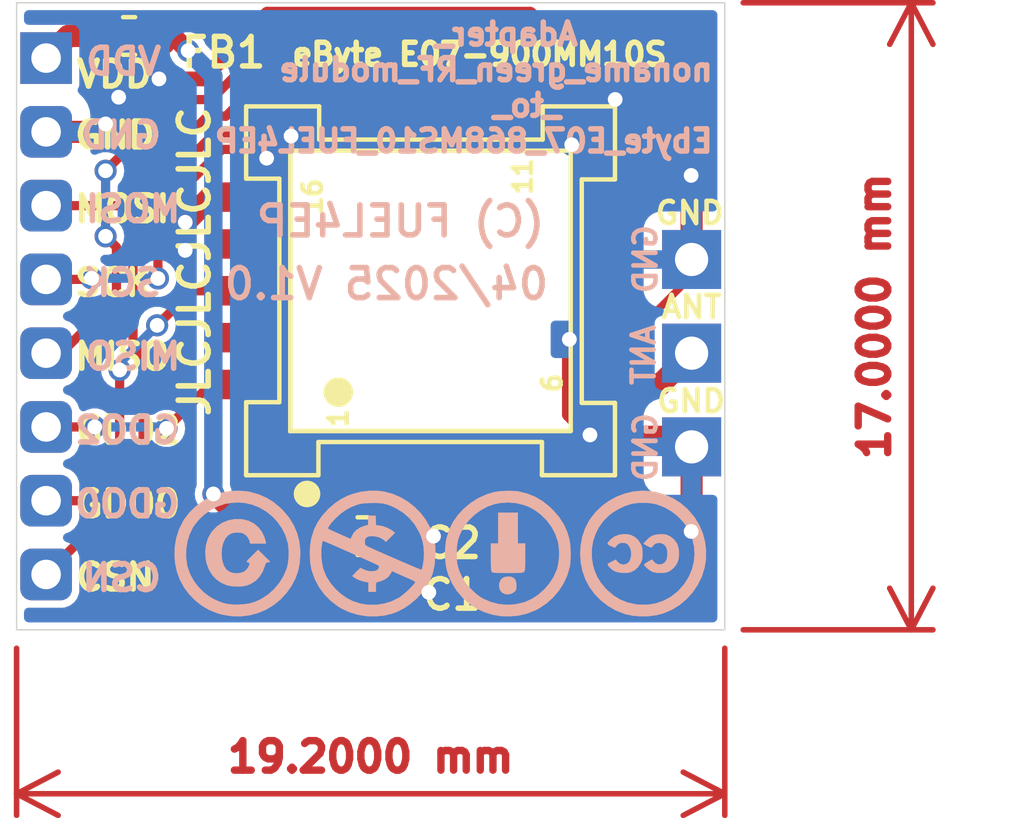
<source format=kicad_pcb>
(kicad_pcb (version 20240108) (generator "pcbnew") (generator_version "8.0")
  (title_block (title "Adapter_noname_green_RF_module_to_Ebyte_E07_868MS10_FUEL4EP") (date "2025-04-18") (rev "1.0") (company "FUEL4EP"))
  (layers (0 "F.Cu" signal) (31 "B.Cu" signal) (34 "B.Paste" user) (35 "F.Paste" user) (36 "B.SilkS" user "B.Silkscreen") (37 "F.SilkS" user "F.Silkscreen") (38 "B.Mask" user) (39 "F.Mask" user) (44 "Edge.Cuts" user))
  (net 0 "")
  (net 1 "GND")
  (net 2 "/ANT")
  (net 6 "/SCK")
  (net 7 "/GDO0")
  (net 8 "/MOSI")
  (net 9 "/GDO2")
  (net 10 "/~{CS}")
  (net 11 "VDDA")
  (net 12 "/MISO{slash}GDO1")
  (net 13 "/VDD")
  (footprint "FUEL4EP:hole_Pitch2.00mm_Drill0.8mm" (layer "F.Cu") (at -0.2 -15.5)
    (property "Reference" "JC1" (hide yes))
    (property "Value" "Conn_01x01_Pin" (hide yes))
    (pad "1" thru_hole rect (at 1 0) (size 1.4 1.4) (drill 0.8) (property pad_prop_castellated) (layers "*.Cu" "*.Mask" "In1.Cu" "In2.Cu" "In3.Cu" "In4.Cu" "In5.Cu" "In6.Cu" "In7.Cu" "In8.Cu" "In9.Cu" "In10.Cu" "In11.Cu" "In12.Cu" "In13.Cu" "In14.Cu" "In15.Cu" "In16.Cu" "In17.Cu" "In18.Cu" "In19.Cu" "In20.Cu" "In21.Cu" "In22.Cu" "In23.Cu" "In24.Cu" "In25.Cu" "In26.Cu" "In27.Cu" "In28.Cu" "In29.Cu" "In30.Cu") (net 13 "/VDD"))
  )
  (footprint "FUEL4EP:hole_Pitch2.00mm_Drill0.8mm_rounded" (layer "F.Cu") (at -0.2 -7.5)
    (property "Reference" "JC5" (hide yes))
    (property "Value" "Conn_01x01_Pin" (hide yes))
    (pad "1" thru_hole roundrect (at 1 0) (size 1.4 1.4) (drill 0.8) (property pad_prop_castellated) (layers "*.Cu" "*.Mask" "In1.Cu" "In2.Cu" "In3.Cu" "In4.Cu" "In5.Cu" "In6.Cu" "In7.Cu" "In8.Cu" "In9.Cu" "In10.Cu" "In11.Cu" "In12.Cu" "In13.Cu" "In14.Cu" "In15.Cu" "In16.Cu" "In17.Cu" "In18.Cu" "In19.Cu" "In20.Cu" "In21.Cu" "In22.Cu" "In23.Cu" "In24.Cu" "In25.Cu" "In26.Cu" "In27.Cu" "In28.Cu" "In29.Cu" "In30.Cu") (roundrect_rratio 0.2142857143) (net 12 "/MISO{slash}GDO1"))
  )
  (footprint "Capacitor_SMD:C_0603_1608Metric" (layer "F.Cu") (at 9.385 -2.54)
    (property "Reference" "C2" (at 2.415 0.19 0) (layer "F.SilkS") (effects (font (size 0.8 0.8))))
    (property "Value" "100n")
    (pad "1" smd roundrect (at -0.775 0) (size 0.9 0.95) (layers "F.Cu" "F.Paste" "F.Mask") (net 11 "VDDA"))
    (pad "2" smd roundrect (at 0.775 0) (size 0.9 0.95) (layers "F.Cu" "F.Paste" "F.Mask") (net 1 "GND"))
  )
  (footprint "FUEL4EP:hole_Pitch2.54mm_Drill0.9mm" (layer "F.Cu") (at 18.3 -4.96 180)
    (property "Reference" "JA1" (hide yes))
    (property "Value" "GND" (hide yes))
    (pad "1" thru_hole rect (at 0 0 180) (size 1.6 1.6) (drill 0.9) (property pad_prop_castellated) (layers "*.Cu" "*.Mask" "In1.Cu" "In2.Cu" "In3.Cu" "In4.Cu" "In5.Cu" "In6.Cu" "In7.Cu" "In8.Cu" "In9.Cu" "In10.Cu" "In11.Cu" "In12.Cu" "In13.Cu" "In14.Cu" "In15.Cu" "In16.Cu" "In17.Cu" "In18.Cu" "In19.Cu" "In20.Cu" "In21.Cu" "In22.Cu" "In23.Cu" "In24.Cu" "In25.Cu" "In26.Cu" "In27.Cu" "In28.Cu" "In29.Cu" "In30.Cu") (net 1 "GND"))
  )
  (footprint "Inductor_SMD:L_0603_1608Metric" (layer "F.Cu") (at 3.05 -16.1)
    (property "Reference" "FB1" (at 2.5625 0.45 0) (layer "F.SilkS") (effects (font (size 0.8 0.8))))
    (property "Value" "FerriteBead" (hide yes))
    (pad "1" smd roundrect (at -0.7875 0) (size 0.875 0.95) (layers "F.Cu" "F.Paste" "F.Mask") (net 13 "/VDD"))
    (pad "2" smd roundrect (at 0.7875 0) (size 0.875 0.95) (layers "F.Cu" "F.Paste" "F.Mask") (net 11 "VDDA"))
  )
  (footprint "FUEL4EP:hole_Pitch2.00mm_Drill0.8mm_rounded" (layer "F.Cu") (at -0.2 -1.5)
    (property "Reference" "JC8" (hide yes))
    (property "Value" "Conn_01x01_Pin" (hide yes))
    (pad "1" thru_hole roundrect (at 1 0) (size 1.4 1.4) (drill 0.8) (property pad_prop_castellated) (layers "*.Cu" "*.Mask" "In1.Cu" "In2.Cu" "In3.Cu" "In4.Cu" "In5.Cu" "In6.Cu" "In7.Cu" "In8.Cu" "In9.Cu" "In10.Cu" "In11.Cu" "In12.Cu" "In13.Cu" "In14.Cu" "In15.Cu" "In16.Cu" "In17.Cu" "In18.Cu" "In19.Cu" "In20.Cu" "In21.Cu" "In22.Cu" "In23.Cu" "In24.Cu" "In25.Cu" "In26.Cu" "In27.Cu" "In28.Cu" "In29.Cu" "In30.Cu") (roundrect_rratio 0.2142857143) (net 10 "/~{CS}"))
  )
  (footprint "FUEL4EP:hole_Pitch2.54mm_Drill0.9mm" (layer "F.Cu") (at 18.3 -10.04)
    (property "Reference" "JA3" (hide yes))
    (property "Value" "GND" (hide yes))
    (pad "1" thru_hole rect (at 0 0) (size 1.6 1.6) (drill 0.9) (property pad_prop_castellated) (layers "*.Cu" "*.Mask" "In1.Cu" "In2.Cu" "In3.Cu" "In4.Cu" "In5.Cu" "In6.Cu" "In7.Cu" "In8.Cu" "In9.Cu" "In10.Cu" "In11.Cu" "In12.Cu" "In13.Cu" "In14.Cu" "In15.Cu" "In16.Cu" "In17.Cu" "In18.Cu" "In19.Cu" "In20.Cu" "In21.Cu" "In22.Cu" "In23.Cu" "In24.Cu" "In25.Cu" "In26.Cu" "In27.Cu" "In28.Cu" "In29.Cu" "In30.Cu") (net 1 "GND"))
  )
  (footprint "FUEL4EP:hole_Pitch2.54mm_Drill0.9mm" (layer "F.Cu") (at 18.3 -7.5 180)
    (property "Reference" "JA2" (hide yes))
    (property "Value" "Ant." (hide yes))
    (pad "1" thru_hole rect (at 0 0 180) (size 1.6 1.6) (drill 0.9) (property pad_prop_castellated) (layers "*.Cu" "*.Mask" "In1.Cu" "In2.Cu" "In3.Cu" "In4.Cu" "In5.Cu" "In6.Cu" "In7.Cu" "In8.Cu" "In9.Cu" "In10.Cu" "In11.Cu" "In12.Cu" "In13.Cu" "In14.Cu" "In15.Cu" "In16.Cu" "In17.Cu" "In18.Cu" "In19.Cu" "In20.Cu" "In21.Cu" "In22.Cu" "In23.Cu" "In24.Cu" "In25.Cu" "In26.Cu" "In27.Cu" "In28.Cu" "In29.Cu" "In30.Cu") (net 2 "/ANT"))
  )
  (footprint "FUEL4EP:CC-BY-ND-SA_bottom" (layer "F.Cu") (at 11.5 -2.05 180)
    (property "Reference" "LOGO1" (hide yes))
    (property "Value" "Logo_Open_Hardware_Small" (hide yes))
  )
  (footprint "FUEL4EP:hole_Pitch2.00mm_Drill0.8mm_rounded" (layer "F.Cu") (at -0.2 -5.5)
    (property "Reference" "JC6" (hide yes))
    (property "Value" "Conn_01x01_Pin" (hide yes))
    (pad "1" thru_hole roundrect (at 1 0) (size 1.4 1.4) (drill 0.8) (property pad_prop_castellated) (layers "*.Cu" "*.Mask" "In1.Cu" "In2.Cu" "In3.Cu" "In4.Cu" "In5.Cu" "In6.Cu" "In7.Cu" "In8.Cu" "In9.Cu" "In10.Cu" "In11.Cu" "In12.Cu" "In13.Cu" "In14.Cu" "In15.Cu" "In16.Cu" "In17.Cu" "In18.Cu" "In19.Cu" "In20.Cu" "In21.Cu" "In22.Cu" "In23.Cu" "In24.Cu" "In25.Cu" "In26.Cu" "In27.Cu" "In28.Cu" "In29.Cu" "In30.Cu") (roundrect_rratio 0.2142857143) (net 9 "/GDO2"))
  )
  (footprint "Capacitor_SMD:C_0603_1608Metric" (layer "F.Cu") (at 9.385 -1.016)
    (property "Reference" "C1" (at 2.415 0.066 0) (layer "F.SilkS") (effects (font (size 0.8 0.8))))
    (property "Value" "10u")
    (pad "1" smd roundrect (at -0.775 0) (size 0.9 0.95) (layers "F.Cu" "F.Paste" "F.Mask") (net 11 "VDDA"))
    (pad "2" smd roundrect (at 0.775 0) (size 0.9 0.95) (layers "F.Cu" "F.Paste" "F.Mask") (net 1 "GND"))
  )
  (footprint "FUEL4EP:hole_Pitch2.00mm_Drill0.8mm_rounded" (layer "F.Cu") (at -0.2 -11.5)
    (property "Reference" "JC3" (hide yes))
    (property "Value" "Conn_01x01_Pin" (hide yes))
    (pad "1" thru_hole roundrect (at 1 0) (size 1.4 1.4) (drill 0.8) (property pad_prop_castellated) (layers "*.Cu" "*.Mask" "In1.Cu" "In2.Cu" "In3.Cu" "In4.Cu" "In5.Cu" "In6.Cu" "In7.Cu" "In8.Cu" "In9.Cu" "In10.Cu" "In11.Cu" "In12.Cu" "In13.Cu" "In14.Cu" "In15.Cu" "In16.Cu" "In17.Cu" "In18.Cu" "In19.Cu" "In20.Cu" "In21.Cu" "In22.Cu" "In23.Cu" "In24.Cu" "In25.Cu" "In26.Cu" "In27.Cu" "In28.Cu" "In29.Cu" "In30.Cu") (roundrect_rratio 0.2142857143) (net 8 "/MOSI"))
  )
  (footprint "FUEL4EP:hole_Pitch2.00mm_Drill0.8mm_rounded" (layer "F.Cu") (at -0.2 -13.5)
    (property "Reference" "JC2" (hide yes))
    (property "Value" "Conn_01x01_Pin" (hide yes))
    (pad "1" thru_hole roundrect (at 1 0) (size 1.4 1.4) (drill 0.8) (property pad_prop_castellated) (layers "*.Cu" "*.Mask" "In1.Cu" "In2.Cu" "In3.Cu" "In4.Cu" "In5.Cu" "In6.Cu" "In7.Cu" "In8.Cu" "In9.Cu" "In10.Cu" "In11.Cu" "In12.Cu" "In13.Cu" "In14.Cu" "In15.Cu" "In16.Cu" "In17.Cu" "In18.Cu" "In19.Cu" "In20.Cu" "In21.Cu" "In22.Cu" "In23.Cu" "In24.Cu" "In25.Cu" "In26.Cu" "In27.Cu" "In28.Cu" "In29.Cu" "In30.Cu") (roundrect_rratio 0.2142857143) (net 1 "GND"))
  )
  (footprint "FUEL4EP:eByte_E07-900MM10S" (layer "F.Cu") (at 6.223 -4.191 90)
    (property "Reference" "Module1" (hide yes))
    (property "Value" "E07-900MM10S")
    (fp_text user "11" (at 8.1 7.5 90) (layer "F.SilkS") (effects (font (size 0.5 0.5) (thickness 0.125))))
    (fp_text user "6" (at 2.5 8.3 90) (layer "F.SilkS") (effects (font (size 0.5 0.5) (thickness 0.125))))
    (fp_text user "eByte E07-900MM10S" (at 11.409 6.327 180) (layer "F.SilkS") (effects (font (size 0.6 0.6))))
    (fp_text user "1" (at 1.55 2.5 90) (layer "F.SilkS") (effects (font (size 0.5 0.5) (thickness 0.125))))
    (fp_text user "16" (at 7.55 1.8 90) (layer "F.SilkS") (effects (font (size 0.5 0.5) (thickness 0.125))))
    (pad "1A" smd rect (at 10 2.46 270) (size 1.5 0.8) (layers "F.Cu" "F.Paste" "F.Mask") (net 6 "/SCK"))
    (pad "1B" smd rect (at 2.46 10 180) (size 1.5 0.8) (layers "F.Cu" "F.Paste" "F.Mask") (net 2 "/ANT"))
    (pad "1C" smd rect (at 0 2.46 90) (size 1.5 0.8) (layers "F.Cu" "F.Paste" "F.Mask") (net 11 "VDDA"))
    (pad "1D" smd rect (at 2.46 0) (size 1.5 0.8) (layers "F.Cu" "F.Paste" "F.Mask") (net 9 "/GDO2"))
    (pad "2A" smd rect (at 10 3.73 270) (size 1.5 0.8) (layers "F.Cu" "F.Paste" "F.Mask") (net 10 "/~{CS}"))
    (pad "2B" smd rect (at 3.73 10 180) (size 1.5 0.8) (layers "F.Cu" "F.Paste" "F.Mask") (net 1 "GND"))
    (pad "2C" smd rect (at 0 3.73 90) (size 1.5 0.8) (layers "F.Cu" "F.Paste" "F.Mask") (net 1 "GND"))
    (pad "2D" smd rect (at 3.73 0) (size 1.5 0.8) (layers "F.Cu" "F.Paste" "F.Mask"))
    (pad "3A" smd rect (at 10 5 270) (size 1.5 0.8) (layers "F.Cu" "F.Paste" "F.Mask") (net 8 "/MOSI"))
    (pad "3B" smd rect (at 5 10 180) (size 1.5 0.8) (layers "F.Cu" "F.Paste" "F.Mask"))
    (pad "3C" smd rect (at 0 5 90) (size 1.5 0.8) (layers "F.Cu" "F.Paste" "F.Mask"))
    (pad "3D" smd rect (at 5 0) (size 1.5 0.8) (layers "F.Cu" "F.Paste" "F.Mask") (net 7 "/GDO0"))
    (pad "4A" smd rect (at 10 6.27 270) (size 1.5 0.8) (layers "F.Cu" "F.Paste" "F.Mask") (net 12 "/MISO{slash}GDO1"))
    (pad "4B" smd rect (at 6.27 10 180) (size 1.5 0.8) (layers "F.Cu" "F.Paste" "F.Mask"))
    (pad "4C" smd rect (at 0 6.27 90) (size 1.5 0.8) (layers "F.Cu" "F.Paste" "F.Mask"))
    (pad "4D" smd rect (at 6.27 0) (size 1.5 0.8) (layers "F.Cu" "F.Paste" "F.Mask"))
    (pad "5A" smd rect (at 10 7.54 270) (size 1.5 0.8) (layers "F.Cu" "F.Paste" "F.Mask"))
    (pad "5B" smd rect (at 7.54 10 180) (size 1.5 0.8) (layers "F.Cu" "F.Paste" "F.Mask"))
    (pad "5C" smd rect (at 0 7.54 90) (size 1.5 0.8) (layers "F.Cu" "F.Paste" "F.Mask"))
    (pad "5D" smd rect (at 7.54 0) (size 1.5 0.8) (layers "F.Cu" "F.Paste" "F.Mask") (net 1 "GND"))
  )
  (footprint "FUEL4EP:hole_Pitch2.00mm_Drill0.8mm_rounded" (layer "F.Cu") (at -0.2 -9.5)
    (property "Reference" "JC4" (hide yes))
    (property "Value" "Conn_01x01_Pin" (hide yes))
    (pad "1" thru_hole roundrect (at 1 0) (size 1.4 1.4) (drill 0.8) (property pad_prop_castellated) (layers "*.Cu" "*.Mask" "In1.Cu" "In2.Cu" "In3.Cu" "In4.Cu" "In5.Cu" "In6.Cu" "In7.Cu" "In8.Cu" "In9.Cu" "In10.Cu" "In11.Cu" "In12.Cu" "In13.Cu" "In14.Cu" "In15.Cu" "In16.Cu" "In17.Cu" "In18.Cu" "In19.Cu" "In20.Cu" "In21.Cu" "In22.Cu" "In23.Cu" "In24.Cu" "In25.Cu" "In26.Cu" "In27.Cu" "In28.Cu" "In29.Cu" "In30.Cu") (roundrect_rratio 0.2142857143) (net 6 "/SCK"))
  )
  (footprint "FUEL4EP:hole_Pitch2.00mm_Drill0.8mm_rounded" (layer "F.Cu") (at -0.2 -3.5)
    (property "Reference" "JC7" (hide yes))
    (property "Value" "Conn_01x01_Pin" (hide yes))
    (pad "1" thru_hole roundrect (at 1 0) (size 1.4 1.4) (drill 0.8) (property pad_prop_castellated) (layers "*.Cu" "*.Mask" "In1.Cu" "In2.Cu" "In3.Cu" "In4.Cu" "In5.Cu" "In6.Cu" "In7.Cu" "In8.Cu" "In9.Cu" "In10.Cu" "In11.Cu" "In12.Cu" "In13.Cu" "In14.Cu" "In15.Cu" "In16.Cu" "In17.Cu" "In18.Cu" "In19.Cu" "In20.Cu" "In21.Cu" "In22.Cu" "In23.Cu" "In24.Cu" "In25.Cu" "In26.Cu" "In27.Cu" "In28.Cu" "In29.Cu" "In30.Cu") (roundrect_rratio 0.2142857143) (net 7 "/GDO0"))
  )
  (gr_circle (center 7.874 -3.683) (end 8.157981 -3.683) (stroke (width 0.1524)) (fill solid) (layer "F.SilkS"))
  (gr_line (start 0 0) (end 0 -17) (stroke (width 0.0381)) (layer "Edge.Cuts"))
  (gr_line (start 19.2 -17) (end 19.2 0) (stroke (width 0.0381)) (layer "Edge.Cuts"))
  (gr_line (start 0 -17) (end 19.2 -17) (stroke (width 0.0381)) (layer "Edge.Cuts"))
  (gr_line (start 0 0) (end 19.2 0) (stroke (width 0.0381)) (layer "Edge.Cuts"))
  (gr_text "GND" (at 4 -13 -0) (layer "B.SilkS") (effects (font (size 0.7 0.7) (thickness 0.1524) (bold yes)) (justify left bottom mirror)))
  (gr_text "CSN" (at 4 -1 -0) (layer "B.SilkS") (effects (font (size 0.7 0.7) (thickness 0.1524) (bold yes)) (justify left bottom mirror)))
  (gr_text "GDO0\n" (at 4.5 -3 -0) (layer "B.SilkS") (effects (font (size 0.7 0.7) (thickness 0.1524) (bold yes)) (justify left bottom mirror)))
  (gr_text "VDD\n" (at 4 -15 -0) (layer "B.SilkS") (effects (font (size 0.7 0.7) (thickness 0.1524) (bold yes)) (justify left bottom mirror)))
  (gr_text "GDO2" (at 4.5 -5 -0) (layer "B.SilkS") (effects (font (size 0.7 0.7) (thickness 0.1524) (bold yes)) (justify left bottom mirror)))
  (gr_text "ANT" (at 17 -7.45 90) (layer "B.SilkS") (effects (font (size 0.6 0.6) (thickness 0.125)) (justify mirror)))
  (gr_text "SCK" (at 4 -9 -0) (layer "B.SilkS") (effects (font (size 0.7 0.7) (thickness 0.1524) (bold yes)) (justify left bottom mirror)))
  (gr_text "MOSI\n" (at 4.524 -11 -0) (layer "B.SilkS") (effects (font (size 0.7 0.7) (thickness 0.1524) (bold yes)) (justify left bottom mirror)))
  (gr_text "GND" (at 17.05 -4.95 90) (layer "B.SilkS") (effects (font (size 0.6 0.6) (thickness 0.125)) (justify mirror)))
  (gr_text "(C) FUEL4EP" (at 14.4 -10.6 0) (layer "B.SilkS") (effects (font (size 0.8128 0.8128) (thickness 0.1524) (bold yes)) (justify left bottom mirror)))
  (gr_text "MISO" (at 4.524 -7 -0) (layer "B.SilkS") (effects (font (size 0.7 0.7) (thickness 0.1524) (bold yes)) (justify left bottom mirror)))
  (gr_text "04/2025 V1.0" (at 14.5 -8.9 0) (layer "B.SilkS") (effects (font (size 0.8128 0.8128) (thickness 0.1524) (bold yes)) (justify left bottom mirror)))
  (gr_text "GND" (at 17.05 -10.05 90) (layer "B.SilkS") (effects (font (size 0.6 0.6) (thickness 0.125)) (justify mirror)))
  (gr_text "        Adapter_\nnoname_green_RF_module\n         _to_\nEbyte_E07_868MS10_FUEL4EP" (at 18.95 -12.9 0) (layer "B.SilkS") (effects (font (size 0.6 0.6) (thickness 0.15) (bold yes)) (justify left bottom mirror)))
  (gr_text "CSN" (at 1.524 -1.016 0) (layer "F.SilkS") (effects (font (size 0.7 0.7) (thickness 0.1524) (bold yes)) (justify left bottom)))
  (gr_text "ANT" (at 18.3 -8.75 0) (layer "F.SilkS") (effects (font (size 0.6 0.6) (thickness 0.125))))
  (gr_text "GDO0\n" (at 1.524 -3 0) (layer "F.SilkS") (effects (font (size 0.7 0.7) (thickness 0.1524) (bold yes)) (justify left bottom)))
  (gr_text "JLCJLCJLCJLC" (at 5.3 -5.7 90) (layer "F.SilkS") (effects (font (size 0.8128 0.8128) (thickness 0.1524) (bold yes)) (justify left bottom)))
  (gr_text "SCK" (at 1.5 -9 0) (layer "F.SilkS") (effects (font (size 0.7 0.7) (thickness 0.1524) (bold yes)) (justify left bottom)))
  (gr_text "GND" (at 18.288 -6.2 0) (layer "F.SilkS") (effects (font (size 0.6 0.6) (thickness 0.125))))
  (gr_text "GDO2" (at 1.524 -5 0) (layer "F.SilkS") (effects (font (size 0.7 0.7) (thickness 0.1524) (bold yes)) (justify left bottom)))
  (gr_text "VDD\n" (at 1.55 -14.65 0) (layer "F.SilkS") (effects (font (size 0.7 0.7) (thickness 0.1524) (bold yes)) (justify left bottom)))
  (gr_text "MOSI\n" (at 1.5 -11 0) (layer "F.SilkS") (effects (font (size 0.7 0.7) (thickness 0.1524) (bold yes)) (justify left bottom)))
  (gr_text "GND" (at 1.5 -13 0) (layer "F.SilkS") (effects (font (size 0.7 0.7) (thickness 0.1524) (bold yes)) (justify left bottom)))
  (gr_text "MISO" (at 1.5 -7 0) (layer "F.SilkS") (effects (font (size 0.7 0.7) (thickness 0.1524) (bold yes)) (justify left bottom)))
  (gr_text "GND" (at 18.25 -11.3 0) (layer "F.SilkS") (effects (font (size 0.6 0.6) (thickness 0.125))))
  (dimension (type aligned) (layer "F.Cu") (pts (xy 0 0) (xy 19.2 0)) (height 4.445) (gr_text "19.2000 mm" (at 9.6 3.445 0) (layer "F.Cu") (effects (font (size 0.8 0.8) (thickness 0.3048)))) (format (prefix "") (suffix "") (units 3) (units_format 1) (precision 4)) (style (thickness 0.15) (arrow_length 1.27) (text_position_mode 0) (extension_height 0.58642) (extension_offset 0.5) keep_text_aligned))
  (dimension (type aligned) (layer "F.Cu") (pts (xy 19.2 0) (xy 19.2 -17)) (height 5.057) (gr_text "17.0000 mm" (at 23.257 -8.5 90) (layer "F.Cu") (effects (font (size 0.8 0.8) (thickness 0.3048)))) (format (prefix "") (suffix "") (units 3) (units_format 1) (precision 4)) (style (thickness 0.15) (arrow_length 1.27) (text_position_mode 0) (extension_height 0.58642) (extension_offset 0.5) keep_text_aligned))
  (segment (start 3.365251 -14.439651) (end 3.8608 -14.9352) (width 0.5) (layer "F.Cu") (net 1))
  (segment (start 16.637 -1.016) (end 14.732 -1.016) (width 0.6) (layer "F.Cu") (net 1))
  (segment (start 14.986 -7.874) (end 14.986 -5.842) (width 0.4) (layer "F.Cu") (net 1))
  (segment (start 16.2285 -14.3785) (end 15.05 -13.2) (width 0.6) (layer "F.Cu") (net 1))
  (segment (start 16.223 -7.921) (end 15.033 -7.921) (width 0.6) (layer "F.Cu") (net 1))
  (segment (start 6.223 -11.731) (end 6.223 -12.229185) (width 0.6) (layer "F.Cu") (net 1))
  (segment (start 6.840098 -12.785502) (end 6.779317 -12.785502) (width 0.6) (layer "F.Cu") (net 1))
  (segment (start 6.223 -11.731) (end 5.254 -11.731) (width 0.6) (layer "F.Cu") (net 1))
  (segment (start 15.5448 -5.2832) (end 17.9768 -5.2832) (width 0.5) (layer "F.Cu") (net 1))
  (segment (start 18.288 -2.667) (end 16.637 -1.016) (width 0.6) (layer "F.Cu") (net 1))
  (segment (start 15.033 -7.921) (end 14.986 -7.874) (width 0.6) (layer "F.Cu") (net 1))
  (segment (start 10.16 -2.54) (end 11.303 -2.54) (width 0.6) (layer "F.Cu") (net 1))
  (segment (start 2.413 -13.716) (end 2.413 -14.085837) (width 0.6) (layer "F.Cu") (net 1))
  (segment (start 16.2285 -14.3785) (end 13.916 -16.691) (width 0.4) (layer "F.Cu") (net 1))
  (segment (start 5.045861 -14.9352) (end 3.8608 -14.9352) (width 0.4) (layer "F.Cu") (net 1))
  (segment (start 18.288 -12.319) (end 16.2285 -14.3785) (width 0.4) (layer "F.Cu") (net 1))
  (segment (start 16.63 -7.921) (end 18.3 -9.591) (width 0.2) (layer "F.Cu") (net 1))
  (segment (start 14.732 -4.4704) (end 15.5448 -5.2832) (width 0.5) (layer "F.Cu") (net 1))
  (segment (start 14.732 -1.016) (end 11.176 -1.016) (width 0.6) (layer "F.Cu") (net 1))
  (segment (start 14.986 -5.842) (end 15.5448 -5.2832) (width 0.4) (layer "F.Cu") (net 1))
  (segment (start 4.572 -11.049) (end 4.572 -10.287) (width 0.6) (layer "F.Cu") (net 1))
  (segment (start 2.197 -13.5) (end 2.413 -13.716) (width 0.6) (layer "F.Cu") (net 1))
  (segment (start 10.16 -2.54) (end 10.16 -1.016) (width 0.5) (layer "F.Cu") (net 1))
  (segment (start 14.732 -1.016) (end 14.732 -4.4704) (width 0.5) (layer "F.Cu") (net 1))
  (segment (start 13.916 -16.691) (end 6.801661 -16.691) (width 0.4) (layer "F.Cu") (net 1))
  (segment (start 9.953 -2.747) (end 10.16 -2.54) (width 0.5) (layer "F.Cu") (net 1))
  (segment (start 6.223 -12.229185) (end 6.779317 -12.785502) (width 0.6) (layer "F.Cu") (net 1))
  (segment (start 9.953 -4.191) (end 9.953 -2.747) (width 0.5) (layer "F.Cu") (net 1))
  (segment (start 18.3 -10.4) (end 18.3 -12.307) (width 0.6) (layer "F.Cu") (net 1))
  (segment (start 0.8 -13.5) (end 2.197 -13.5) (width 0.6) (layer "F.Cu") (net 1))
  (segment (start 18.3 -12.307) (end 18.288 -12.319) (width 0.6) (layer "F.Cu") (net 1))
  (segment (start 15.05 -13.2) (end 15.05 -13.15) (width 0.6) (layer "F.Cu") (net 1))
  (segment (start 6.801661 -16.691) (end 5.045861 -14.9352) (width 0.4) (layer "F.Cu") (net 1))
  (segment (start 18.3 -2.679) (end 18.288 -2.667) (width 0.6) (layer "F.Cu") (net 1))
  (segment (start 18.3 -4.96) (end 18.3 -2.679) (width 0.6) (layer "F.Cu") (net 1))
  (segment (start 10.16 -1.016) (end 11.176 -1.016) (width 0.6) (layer "F.Cu") (net 1))
  (segment (start 5.254 -11.731) (end 4.572 -11.049) (width 0.6) (layer "F.Cu") (net 1))
  (segment (start 7.441298 -13.386702) (end 6.840098 -12.785502) (width 0.6) (layer "F.Cu") (net 1))
  (segment (start 2.413 -14.085837) (end 2.766814 -14.439651) (width 0.6) (layer "F.Cu") (net 1))
  (segment (start 2.766814 -14.439651) (end 3.365251 -14.439651) (width 0.5) (layer "F.Cu") (net 1))
  (via (at 18.288 -12.319) (size 0.6) (drill 0.4) (layers "F.Cu" "B.Cu") (net 1))
  (via (at 4.572 -11.049) (size 0.6) (drill 0.4) (layers "F.Cu" "B.Cu") (net 1))
  (via (at 15.05 -13.15) (size 0.6) (drill 0.4) (layers "F.Cu" "B.Cu") (net 1))
  (via (at 11.303 -2.54) (size 0.6) (drill 0.4) (layers "F.Cu" "B.Cu") (net 1))
  (via (at 6.779317 -12.785502) (size 0.6) (drill 0.4) (layers "F.Cu" "B.Cu") (net 1))
  (via (at 15.5448 -5.2832) (size 0.6) (drill 0.4) (layers "F.Cu" "B.Cu") (net 1))
  (via (at 11.176 -1.016) (size 0.6) (drill 0.4) (layers "F.Cu" "B.Cu") (net 1))
  (via (at 4.572 -10.287) (size 0.6) (drill 0.4) (layers "F.Cu" "B.Cu") (net 1))
  (via (at 2.766814 -14.439651) (size 0.6) (drill 0.4) (layers "F.Cu" "B.Cu") (net 1))
  (via (at 18.288 -2.667) (size 0.6) (drill 0.4) (layers "F.Cu" "B.Cu") (net 1))
  (via (at 2.413 -13.716) (size 0.6) (drill 0.4) (layers "F.Cu" "B.Cu") (net 1))
  (via (at 3.8608 -14.9352) (size 0.6) (drill 0.4) (layers "F.Cu" "B.Cu") (net 1))
  (via (at 14.986 -7.874) (size 0.6) (drill 0.4) (layers "F.Cu" "B.Cu") (net 1))
  (via (at 16.2285 -14.3785) (size 0.6) (drill 0.4) (layers "F.Cu" "B.Cu") (net 1))
  (via (at 7.441298 -13.386702) (size 0.6) (drill 0.4) (layers "F.Cu" "B.Cu") (net 1))
  (segment (start 17.451 -6.651) (end 18.3 -7.5) (width 0.6) (layer "F.Cu") (net 2))
  (segment (start 16.223 -6.651) (end 17.451 -6.651) (width 0.6) (layer "F.Cu") (net 2))
  (segment (start 7.291 -14.191) (end 6.125 -13.025) (width 0.25) (layer "F.Cu") (net 6))
  (segment (start 6.125 -13.025) (end 5.575 -13.025) (width 0.25) (layer "F.Cu") (net 6))
  (segment (start 2.000702 -9.5) (end 2.032 -9.531298) (width 0.25) (layer "F.Cu") (net 6))
  (segment (start 5.575 -13.025) (end 3.832 -11.282) (width 0.25) (layer "F.Cu") (net 6))
  (segment (start 3.832 -11.282) (end 3.832 -9.525) (width 0.25) (layer "F.Cu") (net 6))
  (segment (start 0.8 -9.5) (end 2.000702 -9.5) (width 0.25) (layer "F.Cu") (net 6))
  (segment (start 8.683 -14.191) (end 7.291 -14.191) (width 0.25) (layer "F.Cu") (net 6))
  (via (at 3.832 -9.525) (size 0.6) (drill 0.4) (layers "F.Cu" "B.Cu") (net 6))
  (via (at 2.032 -9.531298) (size 0.6) (drill 0.4) (layers "F.Cu" "B.Cu") (net 6))
  (segment (start 3.825702 -9.531298) (end 3.832 -9.525) (width 0.25) (layer "B.Cu") (net 6))
  (segment (start 2.032 -9.531298) (end 3.825702 -9.531298) (width 0.25) (layer "B.Cu") (net 6))
  (segment (start 1.849 -3.5) (end 2.794 -4.445) (width 0.25) (layer "F.Cu") (net 7))
  (segment (start 0.8 -3.5) (end 1.849 -3.5) (width 0.25) (layer "F.Cu") (net 7))
  (segment (start 2.794 -4.445) (end 2.794 -7.045015) (width 0.25) (layer "F.Cu") (net 7))
  (segment (start 6.223 -9.191) (end 4.745998 -9.191) (width 0.25) (layer "F.Cu") (net 7))
  (segment (start 4.745998 -9.191) (end 3.81 -8.255002) (width 0.25) (layer "F.Cu") (net 7))
  (via (at 3.81 -8.255002) (size 0.6) (drill 0.4) (layers "F.Cu" "B.Cu") (net 7))
  (via (at 2.794 -7.045015) (size 0.6) (drill 0.4) (layers "F.Cu" "B.Cu") (net 7))
  (segment (start 2.794 -7.045015) (end 2.794 -7.239002) (width 0.25) (layer "B.Cu") (net 7))
  (segment (start 2.794 -7.239002) (end 3.81 -8.255002) (width 0.25) (layer "B.Cu") (net 7))
  (segment (start 5.675 -13.925) (end 5.175 -13.925) (width 0.25) (layer "F.Cu") (net 8))
  (segment (start 10.048 -15.716) (end 7.466 -15.716) (width 0.25) (layer "F.Cu") (net 8))
  (segment (start 11.223 -14.541) (end 10.048 -15.716) (width 0.25) (layer "F.Cu") (net 8))
  (segment (start 5.175 -13.925) (end 2.75 -11.5) (width 0.25) (layer "F.Cu") (net 8))
  (segment (start 7.466 -15.716) (end 5.675 -13.925) (width 0.25) (layer "F.Cu") (net 8))
  (segment (start 2.75 -11.5) (end 0.8 -11.5) (width 0.25) (layer "F.Cu") (net 8))
  (segment (start 5.253996 -6.651) (end 4.063996 -5.461) (width 0.25) (layer "F.Cu") (net 9))
  (segment (start 6.223 -6.651) (end 5.253996 -6.651) (width 0.25) (layer "F.Cu") (net 9))
  (segment (start 0.8 -5.5) (end 2.119 -5.5) (width 0.25) (layer "F.Cu") (net 9))
  (via (at 4.063996 -5.461) (size 0.6) (drill 0.4) (layers "F.Cu" "B.Cu") (net 9))
  (via (at 2.119 -5.5) (size 0.6) (drill 0.4) (layers "F.Cu" "B.Cu") (net 9))
  (segment (start 4.024996 -5.5) (end 4.063996 -5.461) (width 0.25) (layer "B.Cu") (net 9))
  (segment (start 2.119 -5.5) (end 4.024996 -5.5) (width 0.25) (layer "B.Cu") (net 9))
  (segment (start 9.953 -14.541) (end 9.228 -15.266) (width 0.25) (layer "F.Cu") (net 10))
  (segment (start 5.925 -13.475) (end 5.375 -13.475) (width 0.25) (layer "F.Cu") (net 10))
  (segment (start 7.716 -15.266) (end 5.925 -13.475) (width 0.25) (layer "F.Cu") (net 10))
  (segment (start 3.429 -7.427405) (end 3.429 -4.129) (width 0.25) (layer "F.Cu") (net 10))
  (segment (start 3.429 -4.129) (end 0.8 -1.5) (width 0.25) (layer "F.Cu") (net 10))
  (segment (start 5.375 -13.475) (end 3.157 -11.257) (width 0.25) (layer "F.Cu") (net 10))
  (segment (start 9.228 -15.266) (end 7.716 -15.266) (width 0.25) (layer "F.Cu") (net 10))
  (segment (start 3.157 -11.257) (end 3.157 -7.699405) (width 0.25) (layer "F.Cu") (net 10))
  (segment (start 3.157 -7.699405) (end 3.429 -7.427405) (width 0.25) (layer "F.Cu") (net 10))
  (segment (start 6.477 -2.54) (end 5.334 -3.683) (width 0.5) (layer "F.Cu") (net 11))
  (segment (start 3.975 -16.1) (end 4.25 -16.1) (width 0.5) (layer "F.Cu") (net 11))
  (segment (start 8.61 -2.54) (end 8.61 -1.016) (width 0.5) (layer "F.Cu") (net 11))
  (segment (start 8.61 -2.54) (end 6.477 -2.54) (width 0.5) (layer "F.Cu") (net 11))
  (segment (start 4.25 -16.1) (end 4.65 -15.7) (width 0.5) (layer "F.Cu") (net 11))
  (segment (start 8.683 -4.191) (end 8.683 -2.613) (width 0.5) (layer "F.Cu") (net 11))
  (via (at 5.334 -3.683) (size 0.6) (drill 0.4) (layers "F.Cu" "B.Cu") (net 11))
  (via (at 4.65 -15.7) (size 0.6) (drill 0.4) (layers "F.Cu" "B.Cu") (net 11))
  (segment (start 5.334 -3.683) (end 5.334 -15.016) (width 0.5) (layer "B.Cu") (net 11))
  (segment (start 5.334 -15.016) (end 4.65 -15.7) (width 0.5) (layer "B.Cu") (net 11))
  (segment (start 4.342003 -14.375) (end 2.413001 -12.445998) (width 0.25) (layer "F.Cu") (net 12))
  (segment (start 2.707 -10.374006) (end 2.413006 -10.668) (width 0.25) (layer "F.Cu") (net 12))
  (segment (start 12.493 -14.541) (end 10.868 -16.166) (width 0.25) (layer "F.Cu") (net 12))
  (segment (start 7.069123 -16.166) (end 5.278123 -14.375) (width 0.25) (layer "F.Cu") (net 12))
  (segment (start 10.868 -16.166) (end 7.069123 -16.166) (width 0.25) (layer "F.Cu") (net 12))
  (segment (start 2.707 -8.996991) (end 2.707 -10.374006) (width 0.25) (layer "F.Cu") (net 12))
  (segment (start 1.210009 -7.5) (end 2.707 -8.996991) (width 0.25) (layer "F.Cu") (net 12))
  (segment (start 5.278123 -14.375) (end 4.342003 -14.375) (width 0.25) (layer "F.Cu") (net 12))
  (via (at 2.413001 -12.445998) (size 0.6) (drill 0.4) (layers "F.Cu" "B.Cu") (net 12))
  (via (at 2.413006 -10.668) (size 0.6) (drill 0.4) (layers "F.Cu" "B.Cu") (net 12))
  (segment (start 2.413006 -10.668) (end 2.413001 -10.668005) (width 0.25) (layer "B.Cu") (net 12))
  (segment (start 2.413001 -10.668005) (end 2.413001 -12.445998) (width 0.25) (layer "B.Cu") (net 12))
  (segment (start 1.4 -16.1) (end 0.8 -15.5) (width 0.6) (layer "F.Cu") (net 13))
  (segment (start 1.4 -16.1) (end 2.2625 -16.1) (width 0.6) (layer "F.Cu") (net 13))
  (zone (net 0) (net_name "") (layer "B.Cu") (connect_pads (clearance 0)) (min_thickness 0.25)
    (keepout (tracks allowed) (vias allowed) (pads allowed) (copperpour not_allowed) (footprints allowed))
    (fill (thermal_gap 0.5) (thermal_bridge_width 0.5))
    (polygon (pts (xy 14.986 -12.954) (xy 14.986 -8.382) (xy 14.478 -8.382) (xy 14.478 -7.366) (xy 14.986 -7.366) (xy 14.986 -5.334) (xy 7.366 -5.334) (xy 7.366 -12.954)))
  )
  (zone (net 1) (net_name "GND") (layer "B.Cu") (connect_pads (clearance 0)) (min_thickness 0.25) (fill yes (thermal_gap 0.5) (thermal_bridge_width 0.5))
    (polygon (pts (xy 0.2 -0.2) (xy 0.2 -16.8) (xy 19 -16.8) (xy 19 -0.2)))
  )
)
</source>
